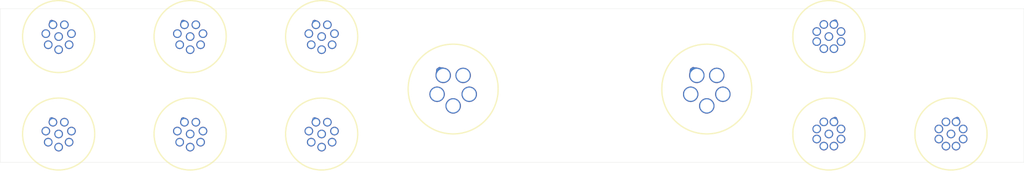
<source format=kicad_pcb>
(kicad_pcb (version 20221018) (generator pcbnew)
  (layers (0 "F.Cu" signal) (31 "B.Cu" signal) (34 "B.Paste" user) (35 "F.Paste" user) (36 "B.SilkS" user "B.Silkscreen") (37 "F.SilkS" user "F.Silkscreen") (38 "B.Mask" user) (39 "F.Mask" user) (44 "Edge.Cuts" user))
  (net 0 "")
  (footprint "UACsocket:UAC20-5" (layer "F.Cu") (at 170.586361 60.456511)
    (fp_text reference "J10" hide)
    (fp_text value "UAC20-5")
    (fp_circle (center 0 0) (end 12.075 0) (stroke (width 0.12)) (fill none) (layer "F.SilkS"))
    (pad "1" thru_hole roundrect (at -2.65 -3.64 351) (size 4.1 4.1) (drill 3.5) (layers "*.Cu" "*.Mask") (roundrect_rratio 0.5) (chamfer_ratio 0.15) (chamfer top_left))
    (pad "2" thru_hole oval (at 2.65 -3.64 351) (size 4.1 4.1) (drill 3.5) (layers "*.Cu" "*.Mask"))
    (pad "3" thru_hole oval (at -4.28 1.39 351) (size 4.1 4.1) (drill 3.5) (layers "*.Cu" "*.Mask"))
    (pad "4" thru_hole oval (at 0 4.5 351) (size 4.1 4.1) (drill 3.5) (layers "*.Cu" "*.Mask"))
    (pad "5" thru_hole oval (at 4.28 1.39 351) (size 4.1 4.1) (drill 3.5) (layers "*.Cu" "*.Mask"))
  )
  (footprint "UACsocket:UAC20-5" (layer "F.Cu") (at 238.086361 60.456511)
    (fp_text reference "J11" hide)
    (fp_text value "UAC20-5")
    (fp_circle (center 0 0) (end 12.075 0) (stroke (width 0.12)) (fill none) (layer "F.SilkS"))
    (pad "1" thru_hole roundrect (at -2.65 -3.64 351) (size 4.1 4.1) (drill 3.5) (layers "*.Cu" "*.Mask") (roundrect_rratio 0.5) (chamfer_ratio 0.15) (chamfer top_left))
    (pad "2" thru_hole oval (at 2.65 -3.64 351) (size 4.1 4.1) (drill 3.5) (layers "*.Cu" "*.Mask"))
    (pad "3" thru_hole oval (at -4.28 1.39 351) (size 4.1 4.1) (drill 3.5) (layers "*.Cu" "*.Mask"))
    (pad "4" thru_hole oval (at 0 4.5 351) (size 4.1 4.1) (drill 3.5) (layers "*.Cu" "*.Mask"))
    (pad "5" thru_hole oval (at 4.28 1.39 351) (size 4.1 4.1) (drill 3.5) (layers "*.Cu" "*.Mask"))
  )
  (footprint "UACsocket:UAC16-8" (layer "F.Cu") (at 100.586361 72.456511)
    (fp_text reference "J5" hide)
    (fp_text value "UAC16-8")
    (fp_circle (center 0 0) (end 9.7 0) (stroke (width 0.12)) (fill none) (layer "F.SilkS"))
    (pad "1" thru_hole roundrect (at -1.52 -3.15 340.71) (size 2.3 2.3) (drill 1.7) (layers "*.Cu" "*.Mask") (roundrect_rratio 0.5) (chamfer_ratio 0.15) (chamfer top_left))
    (pad "2" thru_hole circle (at -3.41 -0.78) (size 2.3 2.3) (drill 1.7) (layers "*.Cu" "*.Mask"))
    (pad "3" thru_hole circle (at -2.78 2.18) (size 2.3 2.3) (drill 1.7) (layers "*.Cu" "*.Mask"))
    (pad "4" thru_hole circle (at 0 3.5) (size 2.3 2.3) (drill 1.7) (layers "*.Cu" "*.Mask"))
    (pad "5" thru_hole circle (at 2.78 2.18) (size 2.3 2.3) (drill 1.7) (layers "*.Cu" "*.Mask"))
    (pad "6" thru_hole circle (at 3.41 -0.78) (size 2.3 2.3) (drill 1.7) (layers "*.Cu" "*.Mask"))
    (pad "7" thru_hole circle (at 1.52 -3.15) (size 2.3 2.3) (drill 1.7) (layers "*.Cu" "*.Mask"))
    (pad "8" thru_hole circle (at 0 0) (size 2.3 2.3) (drill 1.7) (layers "*.Cu" "*.Mask"))
  )
  (footprint "UACsocket:UAC16-8" (layer "F.Cu") (at 100.586361 46.456511)
    (fp_text reference "J2" hide)
    (fp_text value "UAC16-8")
    (fp_circle (center 0 0) (end 9.7 0) (stroke (width 0.12)) (fill none) (layer "F.SilkS"))
    (pad "1" thru_hole roundrect (at -1.52 -3.15 340.71) (size 2.3 2.3) (drill 1.7) (layers "*.Cu" "*.Mask") (roundrect_rratio 0.5) (chamfer_ratio 0.15) (chamfer top_left))
    (pad "2" thru_hole circle (at -3.41 -0.78) (size 2.3 2.3) (drill 1.7) (layers "*.Cu" "*.Mask"))
    (pad "3" thru_hole circle (at -2.78 2.18) (size 2.3 2.3) (drill 1.7) (layers "*.Cu" "*.Mask"))
    (pad "4" thru_hole circle (at 0 3.5) (size 2.3 2.3) (drill 1.7) (layers "*.Cu" "*.Mask"))
    (pad "5" thru_hole circle (at 2.78 2.18) (size 2.3 2.3) (drill 1.7) (layers "*.Cu" "*.Mask"))
    (pad "6" thru_hole circle (at 3.41 -0.78) (size 2.3 2.3) (drill 1.7) (layers "*.Cu" "*.Mask"))
    (pad "7" thru_hole circle (at 1.52 -3.15) (size 2.3 2.3) (drill 1.7) (layers "*.Cu" "*.Mask"))
    (pad "8" thru_hole circle (at 0 0) (size 2.3 2.3) (drill 1.7) (layers "*.Cu" "*.Mask"))
  )
  (footprint "UACsocket:UAC16-8" (layer "F.Cu") (at 135.586361 46.456511)
    (fp_text reference "J3" hide)
    (fp_text value "UAC16-8")
    (fp_circle (center 0 0) (end 9.7 0) (stroke (width 0.12)) (fill none) (layer "F.SilkS"))
    (pad "1" thru_hole roundrect (at -1.52 -3.15 340.71) (size 2.3 2.3) (drill 1.7) (layers "*.Cu" "*.Mask") (roundrect_rratio 0.5) (chamfer_ratio 0.15) (chamfer top_left))
    (pad "2" thru_hole circle (at -3.41 -0.78) (size 2.3 2.3) (drill 1.7) (layers "*.Cu" "*.Mask"))
    (pad "3" thru_hole circle (at -2.78 2.18) (size 2.3 2.3) (drill 1.7) (layers "*.Cu" "*.Mask"))
    (pad "4" thru_hole circle (at 0 3.5) (size 2.3 2.3) (drill 1.7) (layers "*.Cu" "*.Mask"))
    (pad "5" thru_hole circle (at 2.78 2.18) (size 2.3 2.3) (drill 1.7) (layers "*.Cu" "*.Mask"))
    (pad "6" thru_hole circle (at 3.41 -0.78) (size 2.3 2.3) (drill 1.7) (layers "*.Cu" "*.Mask"))
    (pad "7" thru_hole circle (at 1.52 -3.15) (size 2.3 2.3) (drill 1.7) (layers "*.Cu" "*.Mask"))
    (pad "8" thru_hole circle (at 0 0) (size 2.3 2.3) (drill 1.7) (layers "*.Cu" "*.Mask"))
  )
  (footprint "UACsocket:UAC16-8" (layer "F.Cu") (at 135.586361 72.456511)
    (fp_text reference "J6" hide)
    (fp_text value "UAC16-8")
    (fp_circle (center 0 0) (end 9.7 0) (stroke (width 0.12)) (fill none) (layer "F.SilkS"))
    (pad "1" thru_hole roundrect (at -1.52 -3.15 340.71) (size 2.3 2.3) (drill 1.7) (layers "*.Cu" "*.Mask") (roundrect_rratio 0.5) (chamfer_ratio 0.15) (chamfer top_left))
    (pad "2" thru_hole circle (at -3.41 -0.78) (size 2.3 2.3) (drill 1.7) (layers "*.Cu" "*.Mask"))
    (pad "3" thru_hole circle (at -2.78 2.18) (size 2.3 2.3) (drill 1.7) (layers "*.Cu" "*.Mask"))
    (pad "4" thru_hole circle (at 0 3.5) (size 2.3 2.3) (drill 1.7) (layers "*.Cu" "*.Mask"))
    (pad "5" thru_hole circle (at 2.78 2.18) (size 2.3 2.3) (drill 1.7) (layers "*.Cu" "*.Mask"))
    (pad "6" thru_hole circle (at 3.41 -0.78) (size 2.3 2.3) (drill 1.7) (layers "*.Cu" "*.Mask"))
    (pad "7" thru_hole circle (at 1.52 -3.15) (size 2.3 2.3) (drill 1.7) (layers "*.Cu" "*.Mask"))
    (pad "8" thru_hole circle (at 0 0) (size 2.3 2.3) (drill 1.7) (layers "*.Cu" "*.Mask"))
  )
  (footprint "UACsocket:UAC16-9" (layer "F.Cu") (at 270.586361 72.456511)
    (fp_text reference "J8" hide)
    (fp_text value "UAC16-9")
    (fp_circle (center 0 0) (end 9.7 0) (stroke (width 0.12)) (fill none) (layer "F.SilkS"))
    (pad "1" thru_hole roundrect (at 1.34 -3.23 292.5) (size 2.3 2.3) (drill 1.7) (layers "*.Cu" "*.Mask") (roundrect_rratio 0.5) (chamfer_ratio 0.15) (chamfer top_left))
    (pad "2" thru_hole circle (at -1.34 -3.23) (size 2.3 2.3) (drill 1.7) (layers "*.Cu" "*.Mask"))
    (pad "3" thru_hole circle (at 3.23 -1.34) (size 2.3 2.3) (drill 1.7) (layers "*.Cu" "*.Mask"))
    (pad "4" thru_hole circle (at 0 0) (size 2.3 2.3) (drill 1.7) (layers "*.Cu" "*.Mask"))
    (pad "5" thru_hole circle (at -3.23 -1.34) (size 2.3 2.3) (drill 1.7) (layers "*.Cu" "*.Mask"))
    (pad "6" thru_hole circle (at 3.23 1.34) (size 2.3 2.3) (drill 1.7) (layers "*.Cu" "*.Mask"))
    (pad "7" thru_hole circle (at -3.23 1.34) (size 2.3 2.3) (drill 1.7) (layers "*.Cu" "*.Mask"))
    (pad "8" thru_hole circle (at 1.34 3.23) (size 2.3 2.3) (drill 1.7) (layers "*.Cu" "*.Mask"))
    (pad "9" thru_hole circle (at -1.34 3.23) (size 2.3 2.3) (drill 1.7) (layers "*.Cu" "*.Mask"))
  )
  (footprint "UACsocket:UAC16-9" (layer "F.Cu") (at 303.086361 72.456511)
    (fp_text reference "J9" hide)
    (fp_text value "UAC16-9")
    (fp_circle (center 0 0) (end 9.7 0) (stroke (width 0.12)) (fill none) (layer "F.SilkS"))
    (pad "1" thru_hole roundrect (at 1.34 -3.23 292.5) (size 2.3 2.3) (drill 1.7) (layers "*.Cu" "*.Mask") (roundrect_rratio 0.5) (chamfer_ratio 0.15) (chamfer top_left))
    (pad "2" thru_hole circle (at -1.34 -3.23) (size 2.3 2.3) (drill 1.7) (layers "*.Cu" "*.Mask"))
    (pad "3" thru_hole circle (at 3.23 -1.34) (size 2.3 2.3) (drill 1.7) (layers "*.Cu" "*.Mask"))
    (pad "4" thru_hole circle (at 0 0) (size 2.3 2.3) (drill 1.7) (layers "*.Cu" "*.Mask"))
    (pad "5" thru_hole circle (at -3.23 -1.34) (size 2.3 2.3) (drill 1.7) (layers "*.Cu" "*.Mask"))
    (pad "6" thru_hole circle (at 3.23 1.34) (size 2.3 2.3) (drill 1.7) (layers "*.Cu" "*.Mask"))
    (pad "7" thru_hole circle (at -3.23 1.34) (size 2.3 2.3) (drill 1.7) (layers "*.Cu" "*.Mask"))
    (pad "8" thru_hole circle (at 1.34 3.23) (size 2.3 2.3) (drill 1.7) (layers "*.Cu" "*.Mask"))
    (pad "9" thru_hole circle (at -1.34 3.23) (size 2.3 2.3) (drill 1.7) (layers "*.Cu" "*.Mask"))
  )
  (footprint "UACsocket:UAC16-9" (layer "F.Cu") (at 270.586361 46.456511)
    (fp_text reference "J7" hide)
    (fp_text value "UAC16-9")
    (fp_circle (center 0 0) (end 9.7 0) (stroke (width 0.12)) (fill none) (layer "F.SilkS"))
    (pad "1" thru_hole roundrect (at 1.34 -3.23 292.5) (size 2.3 2.3) (drill 1.7) (layers "*.Cu" "*.Mask") (roundrect_rratio 0.5) (chamfer_ratio 0.15) (chamfer top_left))
    (pad "2" thru_hole circle (at -1.34 -3.23) (size 2.3 2.3) (drill 1.7) (layers "*.Cu" "*.Mask"))
    (pad "3" thru_hole circle (at 3.23 -1.34) (size 2.3 2.3) (drill 1.7) (layers "*.Cu" "*.Mask"))
    (pad "4" thru_hole circle (at 0 0) (size 2.3 2.3) (drill 1.7) (layers "*.Cu" "*.Mask"))
    (pad "5" thru_hole circle (at -3.23 -1.34) (size 2.3 2.3) (drill 1.7) (layers "*.Cu" "*.Mask"))
    (pad "6" thru_hole circle (at 3.23 1.34) (size 2.3 2.3) (drill 1.7) (layers "*.Cu" "*.Mask"))
    (pad "7" thru_hole circle (at -3.23 1.34) (size 2.3 2.3) (drill 1.7) (layers "*.Cu" "*.Mask"))
    (pad "8" thru_hole circle (at 1.34 3.23) (size 2.3 2.3) (drill 1.7) (layers "*.Cu" "*.Mask"))
    (pad "9" thru_hole circle (at -1.34 3.23) (size 2.3 2.3) (drill 1.7) (layers "*.Cu" "*.Mask"))
  )
  (footprint "UACsocket:UAC16-8" (layer "F.Cu") (at 65.586361 72.456511)
    (fp_text reference "J4" hide)
    (fp_text value "UAC16-8")
    (fp_circle (center 0 0) (end 9.7 0) (stroke (width 0.12)) (fill none) (layer "F.SilkS"))
    (pad "1" thru_hole roundrect (at -1.52 -3.15 340.71) (size 2.3 2.3) (drill 1.7) (layers "*.Cu" "*.Mask") (roundrect_rratio 0.5) (chamfer_ratio 0.15) (chamfer top_left))
    (pad "2" thru_hole circle (at -3.41 -0.78) (size 2.3 2.3) (drill 1.7) (layers "*.Cu" "*.Mask"))
    (pad "3" thru_hole circle (at -2.78 2.18) (size 2.3 2.3) (drill 1.7) (layers "*.Cu" "*.Mask"))
    (pad "4" thru_hole circle (at 0 3.5) (size 2.3 2.3) (drill 1.7) (layers "*.Cu" "*.Mask"))
    (pad "5" thru_hole circle (at 2.78 2.18) (size 2.3 2.3) (drill 1.7) (layers "*.Cu" "*.Mask"))
    (pad "6" thru_hole circle (at 3.41 -0.78) (size 2.3 2.3) (drill 1.7) (layers "*.Cu" "*.Mask"))
    (pad "7" thru_hole circle (at 1.52 -3.15) (size 2.3 2.3) (drill 1.7) (layers "*.Cu" "*.Mask"))
    (pad "8" thru_hole circle (at 0 0) (size 2.3 2.3) (drill 1.7) (layers "*.Cu" "*.Mask"))
  )
  (footprint "UACsocket:UAC16-8" (layer "F.Cu") (at 65.586361 46.456511)
    (fp_text reference "J1" hide)
    (fp_text value "UAC16-8")
    (fp_circle (center 0 0) (end 9.7 0) (stroke (width 0.12)) (fill none) (layer "F.SilkS"))
    (pad "1" thru_hole roundrect (at -1.52 -3.15 340.71) (size 2.3 2.3) (drill 1.7) (layers "*.Cu" "*.Mask") (roundrect_rratio 0.5) (chamfer_ratio 0.15) (chamfer top_left))
    (pad "2" thru_hole circle (at -3.41 -0.78) (size 2.3 2.3) (drill 1.7) (layers "*.Cu" "*.Mask"))
    (pad "3" thru_hole circle (at -2.78 2.18) (size 2.3 2.3) (drill 1.7) (layers "*.Cu" "*.Mask"))
    (pad "4" thru_hole circle (at 0 3.5) (size 2.3 2.3) (drill 1.7) (layers "*.Cu" "*.Mask"))
    (pad "5" thru_hole circle (at 2.78 2.18) (size 2.3 2.3) (drill 1.7) (layers "*.Cu" "*.Mask"))
    (pad "6" thru_hole circle (at 3.41 -0.78) (size 2.3 2.3) (drill 1.7) (layers "*.Cu" "*.Mask"))
    (pad "7" thru_hole circle (at 1.52 -3.15) (size 2.3 2.3) (drill 1.7) (layers "*.Cu" "*.Mask"))
    (pad "8" thru_hole circle (at 0 0) (size 2.3 2.3) (drill 1.7) (layers "*.Cu" "*.Mask"))
  )
  (gr_circle (center 100.586361 72.456511) (end 110.086361 72.456511) (stroke (width 0.12)) (fill none) (layer "F.SilkS"))
  (gr_circle (center 270.586361 46.456511) (end 280.086361 46.456511) (stroke (width 0.12)) (fill none) (layer "F.SilkS"))
  (gr_circle (center 303.086361 72.456511) (end 312.586361 72.456511) (stroke (width 0.12)) (fill none) (layer "F.SilkS"))
  (gr_circle (center 65.586361 46.456511) (end 75.086361 46.456511) (stroke (width 0.12)) (fill none) (layer "F.SilkS"))
  (gr_circle (center 100.586361 46.456511) (end 110.086361 46.456511) (stroke (width 0.12)) (fill none) (layer "F.SilkS"))
  (gr_circle (center 238.086361 60.456511) (end 249.961361 60.456511) (stroke (width 0.12)) (fill none) (layer "F.SilkS"))
  (gr_circle (center 135.586361 72.456511) (end 145.086361 72.456511) (stroke (width 0.12)) (fill none) (layer "F.SilkS"))
  (gr_circle (center 135.586361 46.456511) (end 145.086361 46.456511) (stroke (width 0.12)) (fill none) (layer "F.SilkS"))
  (gr_circle (center 270.586361 72.456511) (end 280.086361 72.456511) (stroke (width 0.12)) (fill none) (layer "F.SilkS"))
  (gr_circle (center 65.586361 72.456511) (end 75.086361 72.456511) (stroke (width 0.12)) (fill none) (layer "F.SilkS"))
  (gr_circle (center 170.586361 60.456511) (end 182.461361 60.456511) (stroke (width 0.12)) (fill none) (layer "F.SilkS"))
  (gr_line (start 322.5 39) (end 50 39) (stroke (width 0.05)) (layer "Edge.Cuts"))
  (gr_line (start 50 39) (end 50 80) (stroke (width 0.05)) (layer "Edge.Cuts"))
  (gr_line (start 322.5 80) (end 50 80) (stroke (width 0.05)) (layer "Edge.Cuts"))
  (gr_line (start 322.5 39) (end 322.5 80) (stroke (width 0.05)) (layer "Edge.Cuts"))
)
</source>
